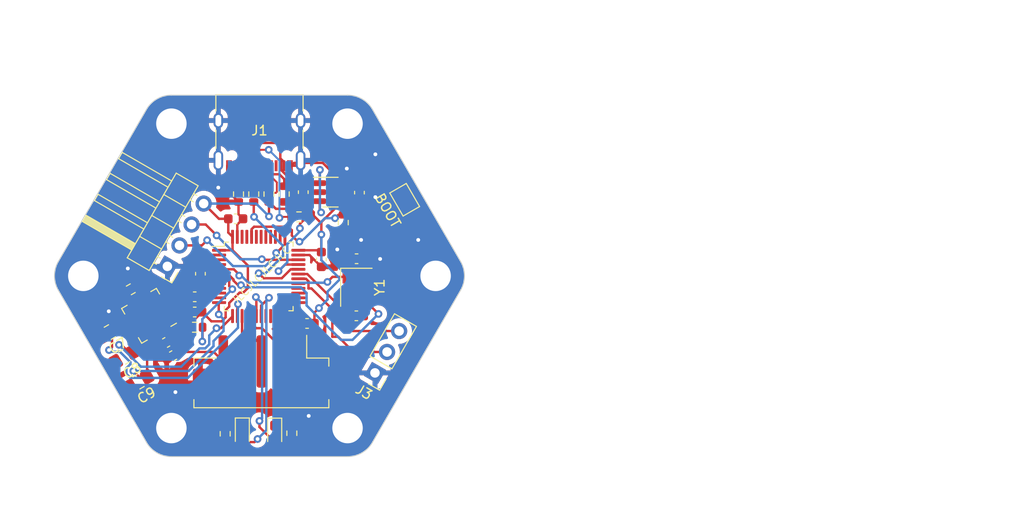
<source format=kicad_pcb>
(kicad_pcb (version 20221018) (generator pcbnew)
  (layers (0 "F.Cu" signal) (31 "B.Cu" signal) (34 "B.Paste" user) (35 "F.Paste" user) (36 "B.SilkS" user "B.Silkscreen") (37 "F.SilkS" user "F.Silkscreen") (38 "B.Mask" user) (39 "F.Mask" user) (44 "Edge.Cuts" user))
  (net 0 "")
  (net 1 "+3.3V")
  (net 5 "ADXL_Z1_{out}")
  (net 6 "ADXL_Y1_{out}")
  (net 7 "ADXL_X1_{out}")
  (net 8 "Net-(D1-K)")
  (net 9 "Net-(D2-K)")
  (net 10 "Net-(J1-CC1)")
  (net 12 "USB_D+")
  (net 13 "Net-(U1-PD0)")
  (net 14 "USB_D-")
  (net 15 "Net-(U1-PD1)")
  (net 17 "ADXL_X2_{out}")
  (net 18 "ADXL_Y2_{out}")
  (net 19 "ADXL_Z2_{out}")
  (net 24 "Net-(J1-CC2)")
  (net 30 "Net-(D1-A)")
  (net 31 "Net-(D2-A)")
  (net 33 "BOOT0")
  (net 34 "TX1")
  (net 35 "Net-(U1-PA12)")
  (net 36 "RX1")
  (net 43 "Net-(U1-PA11)")
  (net 46 "Net-(U1-NRST)")
  (net 47 "+5V")
  (net 48 "GND")
  (net 49 "ADXL_SELF_TEST")
  (net 58 "SWDIO")
  (net 59 "SWCLK")
  (footprint "Package_TO_SOT_SMD:SOT-23-5" (layer "F.Cu") (at 157.289715 91.478051)
    (fp_text reference "U2" hide)
    (fp_text value "AP2112K-3.3")
  )
  (footprint "Connector_PinHeader_2.54mm:PinHeader_1x04_P2.54mm_Horizontal" (layer "F.Cu") (at 140.157215 99.277756 150)
    (fp_text reference "J5" hide)
    (fp_text value "Conn_01x04")
  )
  (footprint "Capacitor_SMD:C_0805_2012Metric_Pad1.18x1.45mm_HandSolder" (layer "F.Cu") (at 134.118714 106.183328 -150)
    (fp_text reference "C7")
    (fp_text value "4.7nF")
  )
  (footprint "adxl355:LGA-16_4x4mm_P0.65mm_LayoutBorder4x4y_EP" (layer "F.Cu") (at 138.227215 104.478051 -150)
    (fp_text reference "U3" hide)
    (fp_text value "ADXL335")
  )
  (footprint "MountingHole:MountingHole_3.2mm_M3_DIN965_Pad" (layer "F.Cu") (at 159.077215 84.278051)
    (fp_text reference "He" hide)
    (fp_text value "MountingHole_Pad")
  )
  (footprint "Resistor_SMD:R_0603_1608Metric" (layer "F.Cu") (at 149.227215 91.678051 90)
    (fp_text reference "R6" hide)
    (fp_text value "22")
  )
  (footprint "Connector_PinHeader_2.54mm:PinHeader_1x03_P2.54mm_Vertical" (layer "F.Cu") (at 161.957215 110.477756 150)
    (fp_text reference "J3")
    (fp_text value "Conn_01x03")
  )
  (footprint "Resistor_SMD:R_0603_1608Metric" (layer "F.Cu") (at 143.027215 105.678051 180)
    (fp_text reference "R7" hide)
    (fp_text value "10k")
  )
  (footprint "Resistor_SMD:R_0603_1608Metric" (layer "F.Cu") (at 146.227215 116.878051 90)
    (fp_text reference "R10" hide)
    (fp_text value "22")
  )
  (footprint "MountingHole:MountingHole_3.2mm_M3_DIN965_Pad" (layer "F.Cu") (at 131.327215 100.278051)
    (fp_text reference "H5" hide)
    (fp_text value "MountingHole_Pad")
  )
  (footprint "Connector_USB:USB_C_Receptacle_XKB_U262-16XN-4BVC11" (layer "F.Cu") (at 149.827215 85.028051 180)
    (fp_text reference "J1")
    (fp_text value "USB_C_Receptacle_USB2.0")
  )
  (footprint "Package_QFP:LQFP-48_7x7mm_P0.5mm" (layer "F.Cu") (at 149.75 100.3375)
    (fp_text reference "U1" hide)
    (fp_text value "STM32F103C8Tx")
  )
  (footprint "Resistor_SMD:R_0603_1608Metric" (layer "F.Cu") (at 147.627215 91.678051 -90)
    (fp_text reference "R2" hide)
    (fp_text value "5.1k")
  )
  (footprint "Resistor_SMD:R_0603_1608Metric" (layer "F.Cu") (at 152.427215 91.678051 -90)
    (fp_text reference "R1" hide)
    (fp_text value "5.1k")
  )
  (footprint "LED_SMD:LED_0603_1608Metric_Pad1.05x0.95mm_HandSolder" (layer "F.Cu") (at 148.027215 116.878051 -90)
    (fp_text reference "D2" hide)
    (fp_text value "LED")
  )
  (footprint "MountingHole:MountingHole_3.2mm_M3_DIN965_Pad" (layer "F.Cu") (at 159.077215 116.278051)
    (fp_text reference "H2" hide)
    (fp_text value "MountingHole_Pad")
  )
  (footprint "MountingHole:MountingHole_3.2mm_M3_DIN965_Pad" (layer "F.Cu") (at 140.577215 84.278051)
    (fp_text reference "H4" hide)
    (fp_text value "MountingHole_Pad")
  )
  (footprint "Capacitor_SMD:C_0603_1608Metric" (layer "F.Cu") (at 160.327215 91.528051 90)
    (fp_text reference "C1" hide)
    (fp_text value "10uF")
  )
  (footprint "Capacitor_SMD:C_0603_1608Metric" (layer "F.Cu") (at 140.756045 108.665551 -150)
    (fp_text reference "C11" hide)
    (fp_text value "1uF")
  )
  (footprint "Resistor_SMD:R_0603_1608Metric" (layer "F.Cu") (at 158.627215 94.678051 -90)
    (fp_text reference "R3" hide)
    (fp_text value "100k")
  )
  (footprint "MountingHole:MountingHole_3.2mm_M3_DIN965_Pad" (layer "F.Cu") (at 168.327215 100.278051)
    (fp_text reference "H6" hide)
    (fp_text value "MountingHole_Pad")
  )
  (footprint "MountingHole:MountingHole_3.2mm_M3_DIN965_Pad" (layer "F.Cu") (at 140.577215 116.278051)
    (fp_text reference "H1" hide)
    (fp_text value "MountingHole_Pad")
  )
  (footprint "Capacitor_SMD:C_0603_1608Metric" (layer "F.Cu") (at 154.827215 105.278051 180)
    (fp_text reference "C4" hide)
    (fp_text value "0.1uF")
  )
  (footprint "Capacitor_SMD:C_0603_1608Metric" (layer "F.Cu") (at 160.027215 98.478051)
    (fp_text reference "C14" hide)
    (fp_text value "20pF")
  )
  (footprint "Resistor_SMD:R_0603_1608Metric" (layer "F.Cu") (at 150.827215 91.678051 -90)
    (fp_text reference "R4" hide)
    (fp_text value "1.5k")
  )
  (footprint "Capacitor_SMD:C_0603_1608Metric" (layer "F.Cu") (at 156.327215 98.553051 -90)
    (fp_text reference "C3" hide)
    (fp_text value "0.1uF")
  )
  (footprint "Capacitor_SMD:C_0805_2012Metric_Pad1.18x1.45mm_HandSolder" (layer "F.Cu") (at 137.128714 111.396801 -150)
    (fp_text reference "C9")
    (fp_text value "4.7nF")
  )
  (footprint "LED_SMD:LED_0603_1608Metric_Pad1.05x0.95mm_HandSolder" (layer "F.Cu") (at 151.427215 116.894508 -90)
    (fp_text reference "D1" hide)
    (fp_text value "LED")
  )
  (footprint "Jumper:SolderJumper-2_P1.3mm_Open_TrianglePad1.0x1.5mm" (layer "F.Cu") (at 165.077215 92.278051 120)
    (fp_text reference "JP1" hide)
    (fp_text value "Jumper_2_Open")
  )
  (footprint "Resistor_SMD:R_0603_1608Metric" (layer "F.Cu") (at 153.227215 116.819508 90)
    (fp_text reference "R9" hide)
    (fp_text value "22")
  )
  (footprint "Capacitor_SMD:C_0603_1608Metric" (layer "F.Cu") (at 160.002215 104.478051 180)
    (fp_text reference "C15" hide)
    (fp_text value "20pF")
  )
  (footprint "Capacitor_SMD:C_0603_1608Metric" (layer "F.Cu") (at 147.327215 94.278051)
    (fp_text reference "C6" hide)
    (fp_text value "0.1uF")
  )
  (footprint "Capacitor_SMD:C_0603_1608Metric" (layer "F.Cu") (at 154.427215 91.478051 90)
    (fp_text reference "C2" hide)
    (fp_text value "10uF")
  )
  (footprint "Capacitor_SMD:C_0603_1608Metric" (layer "F.Cu") (at 143.627215 100.053051 90)
    (fp_text reference "C5" hide)
    (fp_text value "0.1uF")
  )
  (footprint "Capacitor_SMD:C_0603_1608Metric" (layer "F.Cu") (at 140.027215 107.278051 -150)
    (fp_text reference "C10" hide)
    (fp_text value "0.1uF")
  )
  (footprint "Resistor_SMD:R_0603_1608Metric" (layer "F.Cu") (at 153.977215 94.078051 180)
    (fp_text reference "R5" hide)
    (fp_text value "22")
  )
  (footprint "Capacitor_SMD:C_0805_2012Metric_Pad1.18x1.45mm_HandSolder" (layer "F.Cu") (at 135.623714 108.790065 -150)
    (fp_text reference "C8")
    (fp_text value "4.7nF")
  )
  (footprint "Capacitor_SMD:C_0603_1608Metric" (layer "F.Cu") (at 143.027215 104.078051 180)
    (fp_text reference "C12" hide)
    (fp_text value "1uF")
  )
  (footprint "Connector_JST:JST_PH_B5B-PH-SM4-TB_1x05-1MP_P2.00mm_Vertical" (layer "F.Cu") (at 150.027215 109.778051 180)
    (fp_text reference "J2" hide)
    (fp_text value "JST-PH-01x05")
  )
  (footprint "Capacitor_SMD:C_0603_1608Metric" (layer "F.Cu") (at 143.027215 102.478051 180)
    (fp_text reference "C13" hide)
    (fp_text value "10nF")
  )
  (footprint "Resistor_SMD:R_0603_1608Metric" (layer "F.Cu") (at 136.312744 101.690551 30)
    (fp_text reference "R8" hide)
    (fp_text value "10k")
  )
  (footprint "Crystal:Crystal_SMD_3225-4Pin_3.2x2.5mm" (layer "F.Cu") (at 160.002215 101.478051 -90)
    (fp_text reference "Y1")
    (fp_text value "Crystal_GND24")
  )
  (gr_line (start 161.693836 82.774942) (end 170.956994 98.774942) (stroke (width 0.1)) (layer "Edge.Cuts"))
  (gr_line (start 140.556873 81.278051) (end 159.097557 81.278051) (stroke (width 0.1)) (layer "Edge.Cuts"))
  (gr_line (start 128.697436 98.774942) (end 137.960594 82.774942) (stroke (width 0.1)) (layer "Edge.Cuts"))
  (gr_line (start 159.097557 119.278051) (end 140.556873 119.278051) (stroke (width 0.1)) (layer "Edge.Cuts"))
  (gr_arc (start 159.097557 81.278051) (mid 160.595987 81.679093) (end 161.693836 82.774942) (stroke (width 0.1)) (layer "Edge.Cuts"))
  (gr_line (start 137.960594 117.78116) (end 128.697436 101.78116) (stroke (width 0.1)) (layer "Edge.Cuts"))
  (gr_arc (start 161.693836 117.78116) (mid 160.59601 118.877038) (end 159.097557 119.278051) (stroke (width 0.1)) (layer "Edge.Cuts"))
  (gr_line (start 170.956994 101.78116) (end 161.693836 117.78116) (stroke (width 0.1)) (layer "Edge.Cuts"))
  (gr_arc (start 137.960594 82.774942) (mid 139.058425 81.679062) (end 140.556873 81.278051) (stroke (width 0.1)) (layer "Edge.Cuts"))
  (gr_arc (start 170.956994 98.774942) (mid 171.360715 100.278051) (end 170.956994 101.78116) (stroke (width 0.1)) (layer "Edge.Cuts"))
  (gr_arc (start 140.556873 119.278051) (mid 139.058443 118.877009) (end 137.960594 117.78116) (stroke (width 0.1)) (layer "Edge.Cuts"))
  (gr_arc (start 128.697436 101.78116) (mid 128.293715 100.278051) (end 128.697436 98.774942) (stroke (width 0.1)) (layer "Edge.Cuts"))
  (gr_text "JLCJLCJLCJLC" (at 147.4 103.5 45) (layer "F.SilkS") (effects (font (size 0.8 0.8) (thickness 0.1)) (justify left bottom)))
  (segment (start 156.327215 97.778051) (end 156.327215 95.928051) (width 0.25) (layer "F.Cu") (net 1))
  (segment (start 157.877215 93.078051) (end 162.9 93.078051) (width 0.25) (layer "F.Cu") (net 1))
  (segment (start 147 97.578051) (end 148.608737 99.186788) (width 0.25) (layer "F.Cu") (net 1))
  (segment (start 156.327215 94.628051) (end 156.327215 95.928051) (width 0.25) (layer "F.Cu") (net 1))
  (segment (start 144.778971 105.054807) (end 143.802215 104.078051) (width 0.25) (layer "F.Cu") (net 1))
  (segment (start 150.827215 92.503051) (end 151.552215 93.228051) (width 0.25) (layer "F.Cu") (net 1))
  (segment (start 155.602215 105.278051) (end 154.802215 104.478051) (width 0.25) (layer "F.Cu") (net 1))
  (segment (start 146.552215 95.727215) (end 147 96.175) (width 0.25) (layer "F.Cu") (net 1))
  (segment (start 145.566624 94.278051) (end 143.967215 92.678642) (width 0.25) (layer "F.Cu") (net 1))
  (segment (start 155.527215 93.585589) (end 155.527215 93.953356) (width 0.25) (layer "F.Cu") (net 1))
  (segment (start 156.077087 103.66514) (end 155.602215 104.140012) (width 0.25) (layer "F.Cu") (net 1))
  (segment (start 148.12015 102.044779) (end 147.733272 102.044779) (width 0.25) (layer "F.Cu") (net 1))
  (segment (start 143.627215 100.828051) (end 143.627215 102.303051) (width 0.25) (layer "F.Cu") (net 1))
  (segment (start 147.733272 102.044779) (end 146.65 103.128051) (width 0.25) (layer "F.Cu") (net 1))
  (segment (start 146.990551 97.5875) (end 147 97.578051) (width 0.25) (layer "F.Cu") (net 1))
  (segment (start 147 96.175) (end 147 97.578051) (width 0.25) (layer "F.Cu") (net 1))
  (segment (start 156.136664 97.5875) (end 156.327215 97.778051) (width 0.25) (layer "F.Cu") (net 1))
  (segment (start 140.989715 106.890551) (end 142.202215 105.678051) (width 0.25) (layer "F.Cu") (net 1))
  (segment (start 146.552215 94.278051) (end 146.552215 95.727215) (width 0.25) (layer "F.Cu") (net 1))
  (segment (start 155.602215 104.140012) (end 155.602215 105.278051) (width 0.25) (layer "F.Cu") (net 1))
  (segment (start 146.275765 103.880112) (end 146.275765 104.630112) (width 0.25) (layer "F.Cu") (net 1))
  (segment (start 141.427215 108.278051) (end 141.427215 107.619381) (width 0.25) (layer "F.Cu") (net 1))
  (segment (start 150.827215 92.503051) (end 150.827215 94.028051) (width 0.25) (layer "F.Cu") (net 1))
  (segment (start 145.027215 108.278051) (end 141.427215 108.278051) (width 0.25) (layer "F.Cu") (net 1))
  (segment (start 142.202215 105.678051) (end 143.802215 104.078051) (width 0.25) (layer "F.Cu") (net 1))
  (segment (start 144.386664 101.5875) (end 145.5875 101.5875) (width 0.25) (layer "F.Cu") (net 1))
  (segment (start 146.552215 94.278051) (end 145.566624 94.278051) (width 0.25) (layer "F.Cu") (net 1))
  (segment (start 152.521949 104.478051) (end 152.5 104.5) (width 0.25) (layer "F.Cu") (net 1))
  (segment (start 163.817583 90.753051) (end 164.714715 91.650183) (width 0.25) (layer "F.Cu") (net 1))
  (segment (start 160.327215 90.753051) (end 158.652215 90.753051) (width 0.25) (layer "F.Cu") (net 1))
  (segment (start 151.552215 93.228051) (end 155.169677 93.228051) (width 0.25) (layer "F.Cu") (net 1))
  (segment (start 141.427215 107.619381) (end 140.698385 106.890551) (width 0.25) (layer "F.Cu") (net 1))
  (segment (start 156.20191 94.628051) (end 156.327215 94.628051) (width 0.25) (layer "F.Cu") (net 1))
  (segment (start 148.608737 99.186788) (end 148.608737 101.556192) (width 0.25) (layer "F.Cu") (net 1))
  (segment (start 158.652215 90.753051) (end 158.427215 90.528051) (width 0.25) (layer "F.Cu") (net 1))
  (segment (start 143.627215 100.828051) (end 144.386664 101.5875) (width 0.25) (layer "F.Cu") (net 1))
  (segment (start 153.9125 97.5875) (end 156.136664 97.5875) (width 0.25) (layer "F.Cu") (net 1))
  (segment (start 143.627215 102.303051) (end 143.802215 102.478051) (width 0.25) (layer "F.Cu") (net 1))
  (segment (start 140.698385 106.890551) (end 140.989715 106.890551) (width 0.25) (layer "F.Cu") (net 1))
  (segment (start 163 92.978051) (end 163 91.5) (width 0.25) (layer "F.Cu") (net 1))
  (segment (start 140.46143 106.890551) (end 140.698385 106.890551) (width 0.25) (layer "F.Cu") (net 1))
  (segment (start 143.802215 104.078051) (end 143.802215 102.478051) (width 0.25) (layer "F.Cu") (net 1))
  (segment (start 146.027215 109.278051) (end 145.027215 108.278051) (width 0.25) (layer "F.Cu") (net 1))
  (segment (start 155.527215 93.953356) (end 156.20191 94.628051) (width 0.25) (layer "F.Cu") (net 1))
  (segment (start 148.608737 101.556192) (end 148.12015 102.044779) (width 0.25) (layer "F.Cu") (net 1))
  (segment (start 139.358673 105.787794) (end 140.46143 106.890551) (width 0.25) (layer "F.Cu") (net 1))
  (segment (start 154.802215 104.478051) (end 152.521949 104.478051) (width 0.25) (layer "F.Cu") (net 1))
  (segment (start 162.253051 90.753051) (end 160.327215 90.753051) (width 0.25) (layer "F.Cu") (net 1))
  (segment (start 156.327215 94.628051) (end 157.877215 93.078051) (width 0.25) (layer "F.Cu") (net 1))
  (segment (start 145.5875 97.5875) (end 146.990551 97.5875) (width 0.25) (layer "F.Cu") (net 1))
  (segment (start 163 91.5) (end 162.253051 90.753051) (width 0.25) (layer "F.Cu") (net 1))
  (segment (start 139.358673 105.787794) (end 139.120757 105.787794) (width 0.25) (layer "F.Cu") (net 1))
  (segment (start 146.65 103.505877) (end 146.275765 103.880112) (width 0.25) (layer "F.Cu") (net 1))
  (segment (start 146.65 103.128051) (end 146.65 103.505877) (width 0.25) (layer "F.Cu") (net 1))
  (segment (start 160.327215 90.753051) (end 163.817583 90.753051) (width 0.25) (layer "F.Cu") (net 1))
  (segment (start 146.275765 104.630112) (end 145.85107 105.054807) (width 0.25) (layer "F.Cu") (net 1))
  (segment (start 162.9 93.078051) (end 163 92.978051) (width 0.25) (layer "F.Cu") (net 1))
  (segment (start 155.169677 93.228051) (end 155.527215 93.585589) (width 0.25) (layer "F.Cu") (net 1))
  (segment (start 139.120757 105.787794) (end 138.795757 106.112794) (width 0.25) (layer "F.Cu") (net 1))
  (segment (start 145.85107 105.054807) (end 144.778971 105.054807) (width 0.25) (layer "F.Cu") (net 1))
  (via (at 156.077087 103.66514) (size 0.8) (drill 0.4) (layers "F.Cu" "B.Cu") (net 1))
  (via (at 150.827215 94.028051) (size 0.8) (drill 0.4) (layers "F.Cu" "B.Cu") (net 1))
  (via (at 156.327215 95.928051) (size 0.8) (drill 0.4) (layers "F.Cu" "B.Cu") (net 1))
  (segment (start 156.977215 101.928051) (end 158.302633 100.602633) (width 0.25) (layer "B.Cu") (net 1))
  (segment (start 156.977215 102.765012) (end 156.977215 101.928051) (width 0.25) (layer "B.Cu") (net 1))
  (segment (start 158.302633 100.602633) (end 156.327215 98.627215) (width 0.25) (layer "B.Cu") (net 1))
  (segment (start 156.327215 98.627215) (end 156.327215 95.928051) (width 0.25) (layer "B.Cu") (net 1))
  (segment (start 156.077087 103.66514) (end 156.977215 102.765012) (width 0.25) (layer "B.Cu") (net 1))
  (segment (start 149.477806 92.678642) (end 143.967215 92.678642) (width 0.25) (layer "B.Cu") (net 1))
  (segment (start 150.827215 94.028051) (end 149.477806 92.678642) (width 0.25) (layer "B.Cu") (net 1))
  (segment (start 135.577215 104.32828) (end 135.700963 104.204532) (width 0.25) (layer "F.Cu") (net 5))
  (segment (start 135.986431 104.039717) (end 136.53284 103.493308) (width 0.25) (layer "F.Cu") (net 5))
  (segment (start 134.339683 107.765583) (end 134.339683 106.34211) (width 0.25) (layer "F.Cu") (net 5))
  (segment (start 147.5 103.322937) (end 147.572659 103.250278) (width 0.25) (layer "F.Cu") (net 5))
  (segment (start 134.339683 106.34211) (end 135.017215 105.664578) (width 0.25) (layer "F.Cu") (net 5))
  (segment (start 135.017215 105.664578) (end 135.577215 105.104578) (width 0.25) (layer "F.Cu") (net 5))
  (segment (start 147.5 104.5) (end 147.5 103.322937) (width 0.25) (layer "F.Cu") (net 5))
  (segment (start 134.027215 108.078051) (end 134.339683 107.765583) (width 0.25) (layer "F.Cu") (net 5))
  (segment (start 135.577215 105.104578) (end 135.577215 104.32828) (width 0.25) (layer "F.Cu") (net 5))
  (segment (start 135.700963 104.204532) (end 135.986431 104.039717) (width 0.25) (layer "F.Cu") (net 5))
  (via (at 147.572659 103.250278) (size 0.8) (drill 0.4) (layers "F.Cu" "B.Cu") (net 5))
  (via (at 134.027215 108.078051) (size 0.8) (drill 0.4) (layers "F.Cu" "B.Cu") (net 5))
  (segment (start 136.27691 109.364142) (end 136.27691 109.553051) (width 0.25) (layer "B.Cu") (net 5))
  (segment (start 135.165819 108.253051) (end 136.27691 109.364142) (width 0.25) (layer "B.Cu") (net 5))
  (segment (start 135.852215 110.578356) (end 136.27691 111.003051) (width 0.25) (layer "B.Cu") (net 5))
  (segment (start 135.852215 109.977746) (end 135.852215 110.578356) (width 0.25) (layer "B.Cu") (net 5))
  (segment (start 142.300312 111.003051) (end 147.572659 105.730704) (width 0.25) (layer "B.Cu") (net 5))
  (segment (start 136.27691 111.003051) (end 142.300312 111.003051) (width 0.25) (layer "B.Cu") (net 5))
  (segment (start 136.27691 109.553051) (end 135.852215 109.977746) (width 0.25) (layer "B.Cu") (net 5))
  (segment (start 134.027215 108.078051) (end 134.202215 108.253051) (width 0.25) (layer "B.Cu") (net 5))
  (segment (start 147.572659 105.730704) (end 147.572659 103.250278) (width 0.25) (layer "B.Cu") (net 5))
  (segment (start 134.202215 108.253051) (end 135.165819 108.253051) (width 0.25) (layer "B.Cu") (net 5))
  (segment (start 136.070479 108.271315) (end 135.327215 107.528051) (width 0.25) (layer "F.Cu") (net 6))
  (segment (start 147 104.542273) (end 145.762466 105.779807) (width 0.25) (layer "F.Cu") (net 6))
  (segment (start 147 104.5) (end 147 104.542273) (width 0.25) (layer "F.Cu") (net 6))
  (segment (start 135.327215 107.528051) (end 135.077215 107.528051) (width 0.25) (layer "F.Cu") (net 6))
  (segment (start 136.592472 105.046593) (end 136.259836 105.379229) (width 0.25) (layer "F.Cu") (net 6))
  (segment (start 145.762466 105.779807) (end 145.314916 105.779807) (width 0.25) (layer "F.Cu") (net 6))
  (segment (start 136.522215 108.271315) (end 136.070479 108.271315) (width 0.25) (layer "F.Cu") (net 6))
  (segment (start 136.259836 108.008936) (end 136.522215 108.271315) (width 0.25) (layer "F.Cu") (net 6))
  (segment (start 136.259836 105.379229) (end 136.259836 108.008936) (width 0.25) (layer "F.Cu") (net 6))
  (via (at 145.314916 105.779807) (size 0.8) (drill 0.4) (layers "F.Cu" "B.Cu") (net 6))
  (via (at 135.077215 107.528051) (size 0.8) (drill 0.4) (layers "F.Cu" "B.Cu") (net 6))
  (segment (start 144.12752 107.903051) (end 144.552215 107.478356) (width 0.25) (layer "B.Cu") (net 6))
  (segment (start 144.552215 106.542508) (end 145.314916 105.779807) (width 0.25) (layer "B.Cu") (net 6))
  (segment (start 144.552215 107.478356) (end 144.552215 106.542508) (width 0.25) (layer "B.Cu") (net 6))
  (segment (start 141.60191 109.828051) (end 143.52691 107.903051) (width 0.25) (layer "B.Cu") (net 6))
  (segment (start 137.377215 109.828051) (end 141.60191 109.828051) (width 0.25) (layer "B.Cu") (net 6))
  (segment (start 143.52691 107.903051) (end 144.12752 107.903051) (width 0.25) (layer "B.Cu") (net 6))
  (segment (start 135.077215 107.528051) (end 137.377215 109.828051) (width 0.25) (layer "B.Cu") (net 6))
  (segment (start 138.027215 110.878051) (end 137.177215 110.878051) (width 0.25) (layer "F.Cu") (net 7))
  (segment (start 145.550765 103.124235) (end 145.550765 104.329807) (width 0.25) (layer "F.Cu") (net 7))
  (segment (start 137.242472 106.172426) (end 137.327215 106.257169) (width 0.25) (layer "F.Cu") (net 7))
  (segment (start 137.327215 106.257169) (end 137.327215 107.278051) (width 0.25) (layer "F.Cu") (net 7))
  (segment (start 145.5875 103.0875) (end 145.550765 103.124235) (width 0.25) (layer "F.Cu") (net 7))
  (segment (start 137.177215 110.878051) (end 136.577215 110.278051) (width 0.25) (layer "F.Cu") (net 7))
  (segment (start 137.327215 107.278051) (end 138.027215 107.978051) (width 0.25) (layer "F.Cu") (net 7))
  (segment (start 138.027215 107.978051) (end 138.027215 110.878051) (width 0.25) (layer "F.Cu") (net 7))
  (via (at 145.550765 104.329807) (size 0.8) (drill 0.4) (layers "F.Cu" "B.Cu") (net 7))
  (via (at 136.577215 110.278051) (size 0.8) (drill 0.4) (layers "F.Cu" "B.Cu") (net 7))
  (segment (start 142.388916 110.278051) (end 145.002215 107.664752) (width 0.25) (layer "B.Cu") (net 7))
  (segment (start 146.052215 106.078356) (end 146.052215 104.831257) (width 0.25) (layer "B.Cu") (net 7))
  (segment (start 146.052215 104.831257) (end 145.550765 104.329807) (width 0.25) (layer "B.Cu") (net 7))
  (segment (start 145.002215 107.128356) (end 146.052215 106.078356) (width 0.25) (layer "B.Cu") (net 7))
  (segment (start 145.002215 107.664752) (end 145.002215 107.128356) (width 0.25) (layer "B.Cu") (net 7))
  (segment (start 136.577215 110.278051) (end 142.388916 110.278051) (width 0.25) (layer "B.Cu") (net 7))
  (segment (start 151.427215 116.019508) (end 153.202215 116.019508) (width 0.25) (layer "F.Cu") (net 8))
  (segment (start 153.202215 116.019508) (end 153.227215 115.994508) (width 0.25) (layer "F.Cu") (net 8))
  (segment (start 148.027215 116.003051) (end 146.277215 116.003051) (width 0.25) (layer "F.Cu") (net 9))
  (segment (start 146.277215 116.003051) (end 146.227215 116.053051) (width 0.25) (layer "F.Cu") (net 9))
  (segment (start 151.102215 89.598051) (end 151.915819 89.598051) (width 0.25) (layer "F.Cu") (net 10))
  (segment (start 151.077215 89.573051) (end 151.102215 89.598051) (width 0.25) (layer "F.Cu") (net 10))
  (segment (start 151.077215 88.698051) (end 151.077215 89.573051) (width 0.25) (layer "F.Cu") (net 10))
  (segment (start 151.915819 89.598051) (end 152.427215 90.109447) (width 0.25) (layer "F.Cu") (net 10))
  (segment (start 152.427215 90.109447) (end 152.427215 90.853051) (width 0.25) (layer "F.Cu") (net 10))
  (segment (start 149.552215 87.398051) (end 149.602215 87.398051) (width 0.2) (layer "F.Cu") (net 12))
  (segment (start 149.127215 87.823051) (end 149.552215 87.398051) (width 0.2) (layer "F.Cu") (net 12))
  (segment (start 149.602215 87.398051) (end 150.077215 87.873051) (width 0.2) (layer "F.Cu") (net 12))
  (segment (start 150.8 87.0245) (end 149.925766 87.0245) (width 0.2) (layer "F.Cu") (net 12))
  (segment (start 153.152215 94.078051) (end 152.027215 94.078051) (width 0.2) (layer "F.Cu") (net 12))
  (segment (start 150.077215 87.873051) (end 150.077215 88.698051) (width 0.2) (layer "F.Cu") (net 12))
  (segment (start 149.077215 88.698051) (end 149.077215 87.873051) (width 0.2) (layer "F.Cu") (net 12))
  (segment (start 149.925766 87.0245) (end 149.127215 87.823051) (width 0.2) (layer "F.Cu") (net 12))
  (segment (start 150.077215 88.698051) (end 150.077215 90.103051) (width 0.2) (layer "F.Cu") (net 12))
  (segment (start 150.077215 90.103051) (end 150.827215 90.853051) (width 0.2) (layer "F.Cu") (net 12))
  (segment (start 149.077215 87.873051) (end 149.127215 87.823051) (width 0.2) (layer "F.Cu") (net 12))
  (segment (start 152.027215 94.078051) (end 151.927215 94.178051) (width 0.2) (layer "F.Cu") (net 12))
  (via (at 150.8 87.0245) (size 0.8) (drill 0.4) (layers "F.Cu" "B.Cu") (net 12))
  (via (at 151.927215 94.178051) (size 0.8) (drill 0.4) (layers "F.Cu" "B.Cu") (net 12))
  (segment (start 151.927215 88.151715) (end 151.927215 94.178051) (width 0.2) (layer "B.Cu") (net 12))
  (segment (start 150.8 87.0245) (end 151.927215 88.151715) (width 0.2) (layer "B.Cu") (net 12))
  (segment (start 147.136664 99.5875) (end 147.695886 100.146722) (width 0.25) (layer "F.Cu") (net 13))
  (segment (start 159.252215 98.478051) (end 159.252215 100.278051) (width 0.25) (layer "F.Cu") (net 13))
  (segment (start 159.152215 100.378051) (end 157.501909 100.378051) (width 0.25) (layer "F.Cu") (net 13))
  (segment (start 157.501909 100.378051) (end 156.964562 100.915398) (width 0.25) (layer "F.Cu") (net 13))
  (segment (start 145.5875 99.5875) (end 147.136664 99.5875) (width 0.25) (layer "F.Cu") (net 13))
  (segment (start 147.695886 100.146722) (end 147.695886 100.247448) (width 0.25) (layer "F.Cu") (net 13))
  (segment (start 159.252215 100.278051) (end 159.152215 100.378051) (width 0.25) (layer "F.Cu") (net 13))
  (via (at 147.695886 100.247448) (size 0.8) (drill 0.4) (layers "F.Cu" "B.Cu") (net 13))
  (via (at 156.964562 100.915398) (size 0.8) (drill 0.4) (layers "F.Cu" "B.Cu") (net 13))
  (segment (start 147.900603 100.247448) (end 147.695886 100.247448) (width 0.25) (layer "B.Cu") (net 13))
  (segment (start 156.87996 101) (end 148.653155 101) (width 0.25) (layer "B.Cu") (net 13))
  (segment (start 156.964562 100.915398) (end 156.87996 101) (width 0.25) (layer "B.Cu") (net 13))
  (segment (start 148.653155 101) (end 147.900603 100.247448) (width 0.25) (layer "B.Cu") (net 13))
  (segment (start 150.577215 89.674091) (end 150.931175 90.028051) (width 0.2) (layer "F.Cu") (net 14))
  (segment (start 151.234322 90.028051) (end 151.652215 90.445944) (width 0.2) (layer "F.Cu") (net 14))
  (segment (start 151.652215 90.445944) (end 151.652215 91.453051) (width 0.2) (layer "F.Cu") (net 14))
  (segment (start 150.577215 88.698051) (end 150.577215 89.674091) (width 0.2) (layer "F.Cu") (net 14))
  (segment (start 151.652215 91.453051) (end 151.552215 91.553051) (width 0.2) (layer "F.Cu") (net 14))
  (segment (start 151.552215 91.553051) (end 149.927215 91.553051) (width 0.2) (layer "F.Cu") (net 14))
  (segment (start 149.577215 88.698051) (end 149.577215 90.503051) (width 0.2) (layer "F.Cu") (net 14))
  (segment (start 149.577215 90.503051) (end 149.227215 90.853051) (width 0.2) (layer "F.Cu") (net 14))
  (segment (start 150.931175 90.028051) (end 151.234322 90.028051) (width 0.2) (layer "F.Cu") (net 14))
  (segment (start 149.927215 91.553051) (end 149.227215 90.853051) (width 0.2) (layer "F.Cu") (net 14))
  (segment (start 160.852215 102.803051) (end 162.327215 104.278051) (width 0.25) (layer "F.Cu") (net 15))
  (segment (start 147.580356 101.255887) (end 147.883737 101.255887) (width 0.25) (layer "F.Cu") (net 15))
  (segment (start 160.852215 102.578051) (end 160.852215 102.803051) (width 0.25) (layer "F.Cu") (net 15))
  (segment (start 160.777215 102.653051) (end 160.852215 102.578051) (width 0.25) (layer "F.Cu") (net 15))
  (segment (start 147.1 100.775531) (end 147.580356 101.255887) (width 0.25) (layer "F.Cu") (net 15))
  (segment (start 147.1 100.660419) (end 147.1 100.775531) (width 0.25) (layer "F.Cu") (net 15))
  (segment (start 145.5875 100.0875) (end 146.527081 100.0875) (width 0.25) (layer "F.Cu") (net 15))
  (segment (start 160.777215 104.478051) (end 160.777215 102.653051) (width 0.25) (layer "F.Cu") (net 15))
  (segment (start 146.527081 100.0875) (end 147.1 100.660419) (width 0.25) (layer "F.Cu") (net 15))
  (via (at 147.883737 101.255887) (size 0.8) (drill 0.4) (layers "F.Cu" "B.Cu") (net 15))
  (via (at 162.327215 104.278051) (size 0.8) (drill 0.4) (layers "F.Cu" "B.Cu") (net 15))
  (segment (start 154.775 102.075) (end 154.178051 101.478051) (width 0.25) (layer "B.Cu") (net 15))
  (segment (start 154.178051 101.478051) (end 148.105901 101.478051) (width 0.25) (layer "B.Cu") (net 15))
  (segment (start 159.602215 107.003051) (end 158.390399 107.003051) (width 0.25) (layer "B.Cu") (net 15))
  (segment (start 154.775 103.387652) (end 154.775 102.075) (width 0.25) (layer "B.Cu") (net 15))
  (segment (start 148.105901 101.478051) (end 147.883737 101.255887) (width 0.25) (layer "B.Cu") (net 15))
  (segment (start 158.390399 107.003051) (end 154.775 103.387652) (width 0.25) (layer "B.Cu") (net 15))
  (segment (start 162.327215 104.278051) (end 159.602215 107.003051) (width 0.25) (layer "B.Cu") (net 15))
  (segment (start 148 104.5) (end 148 109.250836) (width 0.25) (layer "F.Cu") (net 17))
  (segment (start 148 109.250836) (end 148.027215 109.278051) (width 0.25) (layer "F.Cu") (net 17))
  (segment (start 148.527215 105.3304) (end 148.527215 106.078051) (width 0.25) (layer "F.Cu") (net 18))
  (segment (start 150.027215 107.578051) (end 150.027215 109.278051) (width 0.25) (layer "F.Cu") (net 18))
  (segment (start 148.5 104.5) (end 148.5 105.303185) (width 0.25) (layer "F.Cu") (net 18))
  (segment (start 148.5 105.303185) (end 148.527215 105.3304) (width 0.25) (layer "F.Cu") (net 18))
  (segment (start 148.527215 106.078051) (end 150.027215 107.578051) (width 0.25) (layer "F.Cu") (net 18))
  (segment (start 152.027215 107.714878) (end 152.027215 109.278051) (width 0.25) (layer "F.Cu") (net 19))
  (segment (start 150.090388 105.778051) (end 152.027215 107.714878) (width 0.25) (layer "F.Cu") (net 19))
  (segment (start 149 105.303185) (end 149.474866 105.778051) (width 0.25) (layer "F.Cu") (net 19))
  (segment (start 149.474866 105.778051) (end 150.090388 105.778051) (width 0.25) (layer "F.Cu") (net 19))
  (segment (start 149 104.5) (end 149 105.303185) (width 0.25) (layer "F.Cu") (net 19))
  (segment (start 148.077215 88.698051) (end 148.077215 90.403051) (width 0.25) (layer "F.Cu") (net 24))
  (segment (start 148.077215 90.403051) (end 147.627215 90.853051) (width 0.25) (layer "F.Cu") (net 24))
  (segment (start 149.827215 115.528051) (end 149.827215 116.169508) (width 0.25) (layer "F.Cu") (net 30))
  (segment (start 149.827215 116.169508) (end 151.427215 117.769508) (width 0.25) (layer "F.Cu") (net 30))
  (segment (start 149.5 104.5) (end 149.5 102.552076) (width 0.25) (layer "F.Cu") (net 30))
  (segment (start 149.5 102.552076) (end 149.452215 102.504291) (width 0.25) (layer "F.Cu") (net 30))
  (via (at 149.452215 102.504291) (size 0.8) (drill 0.4) (layers "F.Cu" "B.Cu") (net 30))
  (via (at 149.827215 115.528051) (size 0.8) (drill 0.4) (layers "F.Cu" "B.Cu") (net 30))
  (segment (start 150.102215 115.253051) (end 150.102215 103.154291) (width 0.25) (layer "B.Cu") (net 30))
  (segment (start 149.827215 115.528051) (end 150.102215 115.253051) (width 0.25) (layer "B.Cu") (net 30))
  (segment (start 150.102215 103.154291) (end 149.452215 102.504291) (width 0.25) (layer "B.Cu") (net 30))
  (segment (start 150.827215 102.578051) (end 150 103.405266) (width 0.25) (layer "F.Cu") (net 31))
  (segment (start 148.027215 117.753051) (end 149.302215 117.753051) (width 0.25) (layer "F.Cu") (net 31))
  (segment (start 149.302215 117.753051) (end 149.627215 117.428051) (width 0.25) (layer "F.Cu") (net 31))
  (segment (start 150 103.405266) (end 150 104.5) (width 0.25) (layer "F.Cu") (net 31))
  (via (at 149.627215 117.428051) (size 0.8) (drill 0.4) (layers "F.Cu" "B.Cu") (net 31))
  (via (at 150.827215 102.578051) (size 0.8) (drill 0.4) (layers "F.Cu" "B.Cu") (net 31))
  (segment (start 150.552215 116.503051) (end 150.552215 102.853051) (width 0.25) (layer "B.Cu") (net 31))
  (segment (start 150.552215 102.853051) (end 150.827215 102.578051) (width 0.25) (layer "B.Cu") (net 31))
  (segment (start 149.627215 117.428051) (end 150.552215 116.503051) (width 0.25) (layer "B.Cu") (net 31))
  (segment (start 153.866726 96.678051) (end 153.227215 96.03854) (width 0.25) (layer "F.Cu") (net 33))
  (segment (start 152.861664 95.1125) (end 149.259315 95.1125) (width 0.25) (layer "F.Cu") (net 33))
  (segment (start 153.227215 95.478051) (end 152.861664 95.1125) (width 0.25) (layer "F.Cu") (net 33))
  (segment (start 158.627215 93.853051) (end 158.127521 93.853051) (width 0.25) (layer "F.Cu") (net 33))
  (segment (start 154.027215 96.678051) (end 153.866726 96.678051) (width 0.25) (layer "F.Cu") (net 33))
  (segment (start 149.259315 95.1125) (end 149 95.371815) (width 0.25) (layer "F.Cu") (net 33))
  (segment (start 158.127521 93.853051) (end 157.764868 94.215704) (width 0.25) (layer "F.Cu") (net 33))
  (segment (start 153.227215 96.03854) (end 153.227215 95.478051) (width 0.25) (layer "F.Cu") (net 33))
  (segment (start 164.492583 93.853051) (end 158.627215 93.853051) (width 0.25) (layer "F.Cu") (net 33))
  (segment (start 149 95.371815) (end 149 96.175) (width 0.25) (layer "F.Cu") (net 33))
  (segment (start 165.439715 92.905919) (end 164.492583 93.853051) (width 0.25) (layer "F.Cu") (net 33))
  (via (at 157.764868 94.215704) (size 0.8) (drill 0.4) (layers "F.Cu" "B.Cu") (net 33))
  (via (at 154.027215 96.678051) (size 0.8) (drill 0.4) (layers "F.Cu" "B.Cu") (net 33))
  (segment (start 156.69599 94.215704) (end 157.764868 94.215704) (width 0.25) (layer "B.Cu") (net 33))
  (segment (start 154.233643 96.678051) (end 156.69599 94.215704) (width 0.25) (layer "B.Cu") (net 33))
  (segment (start 154.027215 96.678051) (end 154.233643 96.678051) (width 0.25) (layer "B.Cu") (net 33))
  (segment (start 157.48 103.793108) (end 155.286892 101.6) (width 0.25) (layer "F.Cu") (net 34))
  (segment (start 163.227215 108.278051) (end 159.702633 108.278051) (width 0.25) (layer "F.Cu") (net 34))
  (segment (start 155.286892 101.6) (end 154.975 101.6) (width 0.25) (layer "F.Cu") (net 34))
  (segment (start 154.975 100.846815) (end 154.715685 100.5875) (width 0.25) (layer "F.Cu") (net 34))
  (segment (start 154.975 101.6) (end 154.975 100.846815) (width 0.25) (layer "F.Cu") (net 34))
  (segment (start 159.702633 108.278051) (end 158.104582 106.68) (width 0.25) (layer "F.Cu") (net 34))
  (segment (start 154.715685 100.5875) (end 153.9125 100.5875) (width 0.25) (layer "F.Cu") (net 34))
  (segment (start 158.104582 106.68) (end 157.48 106.68) (width 0.25) (layer "F.Cu") (net 34))
  (segment (start 157.48 106.68) (end 157.48 103.793108) (width 0.25) (layer "F.Cu") (net 34))
  (segment (start 154.077215 94.803051) (end 154.802215 94.078051) (width 0.25) (layer "F.Cu") (net 35))
  (segment (start 154.077215 95.278051) (end 154.077215 94.803051) (width 0.25) (layer "F.Cu") (net 35))
  (segment (start 153.9125 99.0875) (end 152.517766 99.0875) (width 0.25) (layer "F.Cu") (net 35))
  (segment (start 152.517766 99.0875) (end 151.827215 99.778051) (width 0.25) (layer "F.Cu") (net 35))
  (via (at 154.077215 95.278051) (size 0.8) (drill 0.4) (layers "F.Cu" "B.Cu") (net 35))
  (via (at 151.827215 99.778051) (size 0.8) (drill 0.4) (layers "F.Cu" "B.Cu") (net 35))
  (segment (start 152.752215 98.853051) (end 151.827215 99.778051) (width 0.25) (layer "B.Cu") (net 35))
  (segment (start 154.077215 95.603453) (end 152.752215 96.928453) (width 0.25) (layer "B.Cu") (net 35))
  (segment (start 154.077215 95.278051) (end 154.077215 95.603453) (width 0.25) (layer "B.Cu") (net 35))
  (segment (start 152.752215 96.928453) (end 152.752215 98.853051) (width 0.25) (layer "B.Cu") (net 35))
  (segment (start 164.497215 106.078347) (end 158.763907 106.078347) (width 0.25) (layer "F.Cu") (net 36))
  (segment (start 158.763907 106.078347) (end 158.452215 105.766655) (width 0.25) (layer "F.Cu") (net 36))
  (segment (start 158.452215 105.766655) (end 158.452215 103.687635) (width 0.25) (layer "F.Cu") (net 36))
  (segment (start 154.85208 100.0875) (end 153.9125 100.0875) (width 0.25) (layer "F.Cu") (net 36))
  (segment (start 158.452215 103.687635) (end 154.85208 100.0875) (width 0.25) (layer "F.Cu") (net 36))
  (segment (start 152.168764 100.528051) (end 150.266611 100.528051) (width 0.25) (layer "F.Cu") (net 43))
  (segment (start 149.227215 94.044967) (end 149.257984 94.075736) (width 0.25) (layer "F.Cu") (net 43))
  (segment (start 149.227215 92.503051) (end 149.227215 94.044967) (width 0.25) (layer "F.Cu") (net 43))
  (segment (start 153.9125 99.5875) (end 153.109315 99.5875) (width 0.25) (layer "F.Cu") (net 43))
  (segment (start 150.266611 100.528051) (end 149.742246 100.003686) (width 0.25) (layer "F.Cu") (net 43))
  (segment (start 153.109315 99.5875) (end 152.168764 100.528051) (width 0.25) (layer "F.Cu") (net 43))
  (via (at 149.257984 94.075736) (size 0.8) (drill 0.4) (layers "F.Cu" "B.Cu") (net 43))
  (via (at 149.742246 100.003686) (size 0.8) (drill 0.4) (layers "F.Cu" "B.Cu") (net 43))
  (segment (start 152.302215 98.163305) (end 150.461834 100.003686) (width 0.25) (layer "B.Cu") (net 43))
  (segment (start 150.461834 100.003686) (end 149.742246 100.003686) (width 0.25) (layer "B.Cu") (net 43))
  (segment (start 152.302215 97.119967) (end 152.302215 98.163305) (width 0.25) (layer "B.Cu") (net 43))
  (segment (start 149.257984 94.075736) (end 152.302215 97.119967) (width 0.25) (layer "B.Cu") (net 43))
  (segment (start 146.977215 101.678051) (end 146.65 101.350836) (width 0.25) (layer "F.Cu") (net 46))
  (segment (start 146.65 101.350836) (end 146.65 100.846815) (width 0.25) (layer "F.Cu") (net 46))
  (segment (start 146.390685 100.5875) (end 145.5875 100.5875) (width 0.25) (layer "F.Cu") (net 46))
  (segment (start 143.852215 105.678051) (end 143.852215 107.153051) (width 0.25) (layer "F.Cu") (net 46))
  (segment (start 146.65 100.846815) (end 146.390685 100.5875) (width 0.25) (layer "F.Cu") (net 46))
  (segment (start 143.852215 107.153051) (end 143.827215 107.178051) (width 0.25) (layer "F.Cu") (net 46))
  (via (at 143.827215 107.178051) (size 0.8) (drill 0.4) (layers "F.Cu" "B.Cu") (net 46))
  (via (at 146.977215 101.678051) (size 0.8) (drill 0.4) (layers "F.Cu" "B.Cu") (net 46))
  (segment (start 143.827215 107.178051) (end 143.827215 104.828051) (width 0.25) (layer "B.Cu") (net 46))
  (segment (start 143.827215 104.828051) (end 146.977215 101.678051) (width 0.25) (layer "B.Cu") (net 46))
  (segment (start 147.577215 88.698051) (end 147.577215 87.983) (width 0.25) (layer "F.Cu") (net 47))
  (segment (start 153.657215 90.703051) (end 154.427215 90.703051) (width 0.25) (layer "F.Cu") (net 47))
  (segment (start 156.152215 93.459076) (end 156.152215 92.428051) (width 0.25) (layer "F.Cu") (net 47))
  (segment (start 152.017215 87.923) (end 152.377215 88.283) (width 0.25) (layer "F.Cu") (net 47))
  (segment (start 152.017215 86.617215) (end 152.017215 87.923) (width 0.25) (layer "F.Cu") (net 47))
  (segment (start 155.977215 90.703051) (end 156.152215 90.528051) (width 0.25) (layer "F.Cu") (net 47))
  (segment (start 154.427215 90.703051) (end 155.977215 90.703051) (width 0.25) (layer "F.Cu") (net 47))
  (segment (start 152.077215 89.123051) (end 153.657215 90.703051) (width 0.25) (layer "F.Cu") (net 47))
  (segment (start 152.377215 88.283) (end 152.377215 88.698051) (width 0.25) (layer "F.Cu") (net 47))
  (segment (start 147.577215 87.983) (end 149.260215 86.3) (width 0.25) (layer "F.Cu") (net 47))
  (segment (start 156.301294 93.608155) (end 156.152215 93.459076) (width 0.25) (layer "F.Cu") (net 47))
  (segment (start 152.077215 88.698051) (end 152.077215 89.123051) (width 0.25) (layer "F.Cu") (net 47))
  (segment (start 151.7 86.3) (end 152.017215 86.617215) (width 0.25) (layer "F.Cu") (net 47))
  (segment (start 156.152215 90.528051) (end 156.152215 89.153051) (width 0.25) (layer "F.Cu") (net 47))
  (segment (start 149.260215 86.3) (end 151.7 86.3) (width 0.25) (layer "F.Cu") (net 47))
  (segment (start 156.152215 89.153051) (end 156.177215 89.128051) (width 0.25) (layer "F.Cu") (net 47))
  (via (at 156.301294 93.608155) (size 0.8) (drill 0.4) (layers "F.Cu" "B.Cu") (net 47))
  (via (at 156.177215 89.128051) (size 0.8) (drill 0.4) (layers "F.Cu" "B.Cu") (net 47))
  (segment (start 156.301294 93.608155) (end 156.177215 93.484076) (width 0.25) (layer "B.Cu") (net 47))
  (segment (start 156.177215 93.484076) (end 156.177215 89.128051) (width 0.25) (layer "B.Cu") (net 47))
  (segment (start 139.869594 103.013957) (end 139.869594 102.520659) (width 0.25) (layer "F.Cu") (net 48))
  (segment (start 139.869594 102.520659) (end 139.376986 102.028051) (width 0.25) (layer "F.Cu") (net 48))
  (segment (start 152 105.303185) (end 152 104.5) (width 0.25) (layer "F.Cu") (net 48))
  (segment (start 152.427215 92.503051) (end 154.177215 92.503051) (width 0.25) (layer "F.Cu") (net 48))
  (segment (start 156.47752 88.403051) (end 157.427215 89.352746) (width 0.25) (layer "F.Cu") (net 48))
  (segment (start 160.327215 92.303051) (end 159.502215 91.478051) (width 0.25) (layer "F.Cu") (net 48))
  (segment (start 137.333673 103.168308) (end 137.658673 102.843308) (width 0.25) (layer "F.Cu") (net 48))
  (segment (start 159.502215 91.478051) (end 157.427215 91.478051) (width 0.25) (layer "F.Cu") (net 48))
  (segment (start 154.177215 92.503051) (end 154.427215 92.253051) (width 0.25) (layer "F.Cu") (net 48))
  (segment (start 152.259315 105.5625) (end 152 105.303185) (width 0.25) (layer "F.Cu") (net 48))
  (segment (start 147.627215 93.803051) (end 148.102215 94.278051) (width 0.25) (layer "F.Cu") (net 48))
  (segment (start 136.0305 102.103051) (end 135.598273 102.103051) (width 0.25) (layer "F.Cu") (net 48))
  (segment (start 139.536958 103.346593) (end 139.869594 103.013957) (width 0.25) (layer "F.Cu") (net 48))
  (segment (start 143.627215 99.278051) (end 144.525 100.175836) (width 0.25) (layer "F.Cu") (net 48))
  (segment (start 147.5 94.880266) (end 147.5 96.175) (width 0.25) (layer "F.Cu") (net 48))
  (segment (start 137.095757 103.168308) (end 137.333673 103.168308) (width 0.25) (layer "F.Cu") (net 48))
  (segment (start 142.252215 102.478051) (end 142.252215 100.653051) (width 0.25) (layer "F.Cu") (net 48))
  (segment (start 153.582215 88.698051) (end 154.147215 88.133051) (width 0.25) (layer "F.Cu") (net 48))
  (segment (start 153.177215 88.698051) (end 153.472215 88.403051) (width 0.25) (layer "F.Cu") (net 48))
  (segment (start 161.957215 113.398051) (end 159.077215 116.278051) (width 0.25) (layer "F.Cu") (net 48))
  (segment (start 160.852215 100.478051) (end 159.152215 102.178051) (width 0.25) (layer "F.Cu") (net 48))
  (segment (start 146.477215 88.698051) (end 146.477215 91.353051) (width 0.25) (layer "F.Cu") (net 48))
  (segment (start 138.711847 102.028051) (end 138.22159 102.518308) (width 0.25) (layer "F.Cu") (net 48))
  (segment (start 156.152215 91.478051) (end 155.202215 91.478051) (width 0.25) (layer "F.Cu") (net 48))
  (segment (start 153.767766 105.5625) (end 152.259315 105.5625) (width 0.25) (layer "F.Cu") (net 48))
  (segment (start 161.696949 92.303051) (end 162 92) (width 0.25) (layer "F.Cu") (net 48))
  (segment (start 157.427215 91.478051) (end 156.152215 91.478051) (width 0.25) (layer "F.Cu") (net 48))
  (segment (start 137.89659 102.843308) (end 138.22159 102.518308) (width 0.25) (layer "F.Cu") (net 48))
  (segment (start 155.086664 98.0875) (end 153.9125 98.0875) (width 0.25) (layer "F.Cu") (net 48))
  (segment (start 155.202215 91.478051) (end 154.427215 92.253051) (width 0.25) (layer "F.Cu") (net 48))
  (segment (start 146.477215 91.353051) (end 147.627215 92.503051) (width 0.25) (layer "F.Cu") (net 48))
  (segment (start 142.252215 100.653051) (end 143.627215 99.278051) (width 0.25) (layer "F.Cu") (net 48))
  (segment (start 147.627215 92.503051) (end 147.627215 93.803051) (width 0.25) (layer "F.Cu") (net 48))
  (segment (start 159.152215 102.178051) (end 159.152215 102.578051) (width 0.25) (layer "F.Cu") (net 48))
  (segment (start 159.152215 102.578051) (end 159.152215 104.403051) (width 0.25) (layer "F.Cu") (net 48))
  (segment (start 157.427215 89.352746) (end 157.427215 91.478051) (width 0.25) (layer "F.Cu") (net 48))
  (segment (start 139.376986 102.028051) (end 138.711847 102.028051) (width 0.25) (layer "F.Cu") (net 48))
  (segment (start 159.152215 104.403051) (end 159.227215 104.478051) (width 0.25) (layer "F.Cu") (net 48))
  (segment (start 160.852215 100.378051) (end 160.852215 100.478051) (width 0.25) (layer "F.Cu") (net 48))
  (segment (start 144.525 100.828185) (end 144.784315 101.0875) (width 0.25) (layer "F.Cu") (net 48))
  (segment (start 154.052215 105.278051) (end 153.767766 105.5625) (width 0.25) (layer "F.Cu") (net 48))
  (segment (start 148.102215 94.278051) (end 147.5 94.880266) (width 0.25) (layer "F.Cu") (net 48))
  (segment (start 137.095757 103.168308) (end 136.0305 102.103051) (width 0.25) (layer "F.Cu") (net 48))
  (segment (start 153.472215 88.403051) (end 156.47752 88.403051) (width 0.25) (layer "F.Cu") (net 48))
  (segment (start 152.677215 92.253051) (end 152.427215 92.503051) (width 0.25) (layer "F.Cu") (net 48))
  (segment (start 160.802215 100.328051) (end 160.852215 100.378051) (width 0.25) (layer "F.Cu") (net 48))
  (segment (start 161.957215 110.477756) (end 161.957215 113.398051) (width 0.25) (layer "F.Cu") (net 48))
  (segment (start 144.784315 101.0875) (end 145.5875 101.0875) (width 0.25) (layer "F.Cu") (net 48))
  (segment (start 153.177215 88.698051) (end 153.582215 88.698051) (width 0.25) (layer "F.Cu") (net 48))
  (segment (start 160.802215 98.478051) (end 160.802215 100.328051) (width 0.25) (layer "F.Cu") (net 48))
  (segment (start 137.658673 102.843308) (end 137.89659 102.843308) (width 0.25) (layer "F.Cu") (net 48))
  (segment (start 160.327215 92.303051) (end 161.696949 92.303051) (width 0.25) (layer "F.Cu") (net 48))
  (segment (start 144.525 100.175836) (end 144.525 100.828185) (width 0.25) (layer "F.Cu") (net 48))
  (segment (start 156.327215 99.328051) (end 155.086664 98.0875) (width 0.25) (layer "F.Cu") (net 48))
  (via (at 166.5 96.5) (size 0.8) (drill 0.4) (layers "F.Cu" "B.Cu") (net 48))
  (via (at 162.5 98.5) (size 0.8) (drill 0.4) (layers "F.Cu" "B.Cu") (net 48))
  (via (at 134 104) (size 0.8) (drill 0.4) (layers "F.Cu" "B.Cu") (net 48))
  (via (at 162 92) (size 0.8) (drill 0.4) (layers "F.Cu" "B.Cu") (net 48))
  (via (at 158 97.5) (size 0.8) (drill 0.4) (layers "F.Cu" "B.Cu") (net 48))
  (via (at 162 87.5) (size 0.8) (drill 0.4) (layers "F.Cu" "B.Cu") (net 48))
  (via (at 136 99.5) (size 0.8) (drill 0.4) (layers "F.Cu" "B.Cu") (net 48))
  (via (at 160.5 96.5) (size 0.8) (drill 0.4) (layers "F.Cu" "B.Cu") (net 48))
  (via (at 159 89) (size 0.8) (drill 0.4) (layers "F.Cu" "B.Cu") (net 48))
  (via (at 145.5 91) (size 0.8) (drill 0.4) (layers "F.Cu" "B.Cu") (net 48))
  (via (at 141 112.5) (size 0.8) (drill 0.4) (layers "F.Cu" "B.Cu") (net 48))
  (via (at 155 115) (size 0.8) (drill 0.4) (layers "F.Cu" "B.Cu") (net 48))
  (segment (start 140.319594 103.451873) (end 140.319594 102.334263) (width 0.25) (layer "F.Cu") (net 49))
  (segment (start 139.861958 103.909509) (end 140.319594 103.451873) (width 0.25) (layer "F.Cu") (net 49))
  (segment (start 139.263382 101.278051) (end 137.027215 101.278051) (width 0.25) (layer "F.Cu") (net 49))
  (segment (start 140.319594 102.334263) (end 139.263382 101.278051) (width 0.25) (layer "F.Cu") (net 49))
  (segment (start 144.177511 94.878347) (end 142.697215 94.878347) (width 0.25) (layer "F.Cu") (net 58))
  (segment (start 145.327215 96.028051) (end 144.177511 94.878347) (width 0.25) (layer "F.Cu") (net 58))
  (segment (start 153.9125 98.5875) (end 150.136664 98.5875) (width 0.25) (layer "F.Cu") (net 58))
  (segment (start 150.136664 98.5875) (end 150.077215 98.528051) (width 0.25) (layer "F.Cu") (net 58))
  (via (at 145.327215 96.028051) (size 0.8) (drill 0.4) (layers "F.Cu" "B.Cu") (net 58))
  (via (at 150.077215 98.528051) (size 0.8) (drill 0.4) (layers "F.Cu" "B.Cu") (net 58))
  (segment (start 150.077215 98.528051) (end 147.827215 98.528051) (width 0.25) (layer "B.Cu") (net 58))
  (segment (start 147.827215 98.528051) (end 145.327215 96.028051) (width 0.25) (layer "B.Cu") (net 58))
  (segment (start 143.777215 97.078051) (end 144.327215 96.528051) (width 0.25) (layer "F.Cu") (net 59))
  (segment (start 151.615185 97.863) (end 152.5 96.978185) (width 0.25) (layer "F.Cu") (net 59))
  (segment (start 152.5 96.978185) (end 152.5 96.175) (width 0.25) (layer "F.Cu") (net 59))
  (segment (start 141.427215 97.078051) (end 143.777215 97.078051) (width 0.25) (layer "F.Cu") (net 59))
  (segment (start 151.577215 97.863) (end 151.615185 97.863) (width 0.25) (layer "F.Cu") (net 59))
  (via (at 151.577215 97.863) (size 0.8) (drill 0.4) (layers "F.Cu" "B.Cu") (net 59))
  (via (at 144.327215 96.528051) (size 0.8) (drill 0.4) (layers "F.Cu" "B.Cu") (net 59))
  (segment (start 150.437164 99.253051) (end 147.052215 99.253051) (width 0.25) (layer "B.Cu") (net 59))
  (segment (start 147.052215 99.253051) (end 144.327215 96.528051) (width 0.25) (layer "B.Cu") (net 59))
  (segment (start 151.577215 97.863) (end 151.577215 98.113) (width 0.25) (layer "B.Cu") (net 59))
  (segment (start 151.577215 98.113) (end 150.437164 99.253051) (width 0.25) (layer "B.Cu") (net 59))
  (zone (net 48) (net_name "GND") (layer "F.Cu") (connect_pads (clearance 0.5)) (min_thickness 0.25) (fill yes (thermal_gap 0.5) (thermal_bridge_width 0.5))
    (polygon (pts (xy 122.577215 71.778051) (xy 122.577215 127.028051) (xy 181.327215 127.028051) (xy 180.077215 71.528051) (xy 174.077215 71.528051)))
  )
  (zone (net 48) (net_name "GND") (layer "B.Cu") (priority 1) (connect_pads (clearance 0.5)) (min_thickness 0.25) (fill yes (thermal_gap 0.5) (thermal_bridge_width 0.5))
    (polygon (pts (xy 122.827215 71.778051) (xy 122.577215 127.028051) (xy 181.077215 127.028051) (xy 180.077215 71.278051)))
  )
)
</source>
